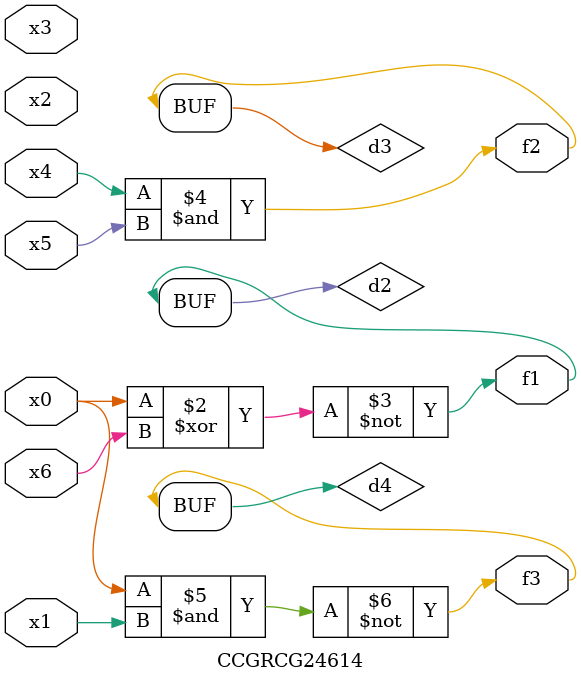
<source format=v>
module CCGRCG24614(
	input x0, x1, x2, x3, x4, x5, x6,
	output f1, f2, f3
);

	wire d1, d2, d3, d4;

	nor (d1, x0);
	xnor (d2, x0, x6);
	and (d3, x4, x5);
	nand (d4, x0, x1);
	assign f1 = d2;
	assign f2 = d3;
	assign f3 = d4;
endmodule

</source>
